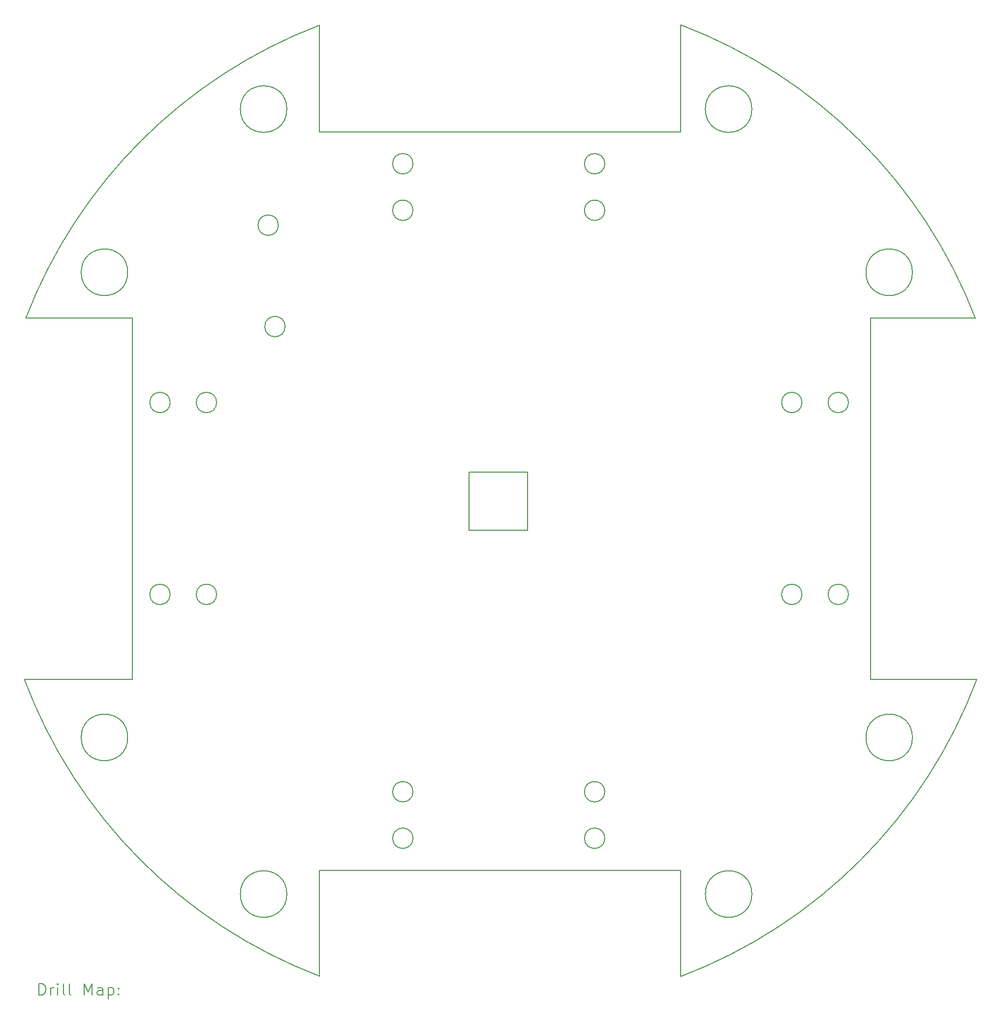
<source format=gbr>
%TF.GenerationSoftware,KiCad,Pcbnew,8.0.5*%
%TF.CreationDate,2024-11-19T19:18:47-05:00*%
%TF.ProjectId,line_sensor_pcb,6c696e65-5f73-4656-9e73-6f725f706362,rev?*%
%TF.SameCoordinates,Original*%
%TF.FileFunction,Drillmap*%
%TF.FilePolarity,Positive*%
%FSLAX45Y45*%
G04 Gerber Fmt 4.5, Leading zero omitted, Abs format (unit mm)*
G04 Created by KiCad (PCBNEW 8.0.5) date 2024-11-19 19:18:47*
%MOMM*%
%LPD*%
G01*
G04 APERTURE LIST*
%ADD10C,0.200000*%
G04 APERTURE END LIST*
D10*
X6773178Y-3029700D02*
X6773178Y-1194070D01*
X15875625Y-7681333D02*
G75*
G02*
X15525625Y-7681333I-175000J0D01*
G01*
X15525625Y-7681333D02*
G75*
G02*
X15875625Y-7681333I175000J0D01*
G01*
X3556000Y-12446000D02*
X1698761Y-12446000D01*
X12989478Y-3029700D02*
X6773178Y-3029700D01*
X5005626Y-10981333D02*
G75*
G02*
X4655626Y-10981333I-175000J0D01*
G01*
X4655626Y-10981333D02*
G75*
G02*
X5005626Y-10981333I175000J0D01*
G01*
X10351184Y-9878182D02*
X9351184Y-9878182D01*
X4205626Y-7681333D02*
G75*
G02*
X3855625Y-7681333I-175000J0D01*
G01*
X3855625Y-7681333D02*
G75*
G02*
X4205626Y-7681333I175000J0D01*
G01*
X1723213Y-6229700D02*
G75*
G02*
X6773178Y-1194070I8167058J-3140322D01*
G01*
X16256000Y-12446000D02*
X16256000Y-6229700D01*
X12989478Y-15729700D02*
X12989478Y-17552775D01*
X6213664Y-2635422D02*
G75*
G02*
X5413665Y-2635422I-400000J0D01*
G01*
X5413665Y-2635422D02*
G75*
G02*
X6213664Y-2635422I400000J0D01*
G01*
X6067552Y-4632216D02*
G75*
G02*
X5717552Y-4632216I-175000J0D01*
G01*
X5717552Y-4632216D02*
G75*
G02*
X6067552Y-4632216I175000J0D01*
G01*
X11683500Y-14375438D02*
G75*
G02*
X11333500Y-14375438I-175000J0D01*
G01*
X11333500Y-14375438D02*
G75*
G02*
X11683500Y-14375438I175000J0D01*
G01*
X11683500Y-3575438D02*
G75*
G02*
X11333500Y-3575438I-175000J0D01*
G01*
X11333500Y-3575438D02*
G75*
G02*
X11683500Y-3575438I175000J0D01*
G01*
X6773178Y-17545977D02*
X6773178Y-15729700D01*
X3476008Y-13442045D02*
G75*
G02*
X2676008Y-13442045I-400000J0D01*
G01*
X2676008Y-13442045D02*
G75*
G02*
X3476008Y-13442045I400000J0D01*
G01*
X10351184Y-8878182D02*
X10351184Y-9878182D01*
X14213664Y-2635422D02*
G75*
G02*
X13413664Y-2635422I-400000J0D01*
G01*
X13413664Y-2635422D02*
G75*
G02*
X14213664Y-2635422I400000J0D01*
G01*
X14213664Y-16135422D02*
G75*
G02*
X13413664Y-16135422I-400000J0D01*
G01*
X13413664Y-16135422D02*
G75*
G02*
X14213664Y-16135422I400000J0D01*
G01*
X15075625Y-10981333D02*
G75*
G02*
X14725625Y-10981333I-175000J0D01*
G01*
X14725625Y-10981333D02*
G75*
G02*
X15075625Y-10981333I175000J0D01*
G01*
X16256000Y-6229700D02*
X18057333Y-6229700D01*
X6773178Y-15729700D02*
X12989478Y-15729700D01*
X5005626Y-7681333D02*
G75*
G02*
X4655626Y-7681333I-175000J0D01*
G01*
X4655626Y-7681333D02*
G75*
G02*
X5005626Y-7681333I175000J0D01*
G01*
X18081785Y-12446000D02*
X16256000Y-12446000D01*
X18081785Y-12446000D02*
G75*
G02*
X12989478Y-17552775I-8191512J3075977D01*
G01*
X15875625Y-10981333D02*
G75*
G02*
X15525625Y-10981333I-175000J0D01*
G01*
X15525625Y-10981333D02*
G75*
G02*
X15875625Y-10981333I175000J0D01*
G01*
X12989478Y-1187272D02*
G75*
G02*
X18057333Y-6229700I-3099203J-8182750D01*
G01*
X8383500Y-14375438D02*
G75*
G02*
X8033500Y-14375438I-175000J0D01*
G01*
X8033500Y-14375438D02*
G75*
G02*
X8383500Y-14375438I175000J0D01*
G01*
X8383500Y-3575438D02*
G75*
G02*
X8033500Y-3575438I-175000J0D01*
G01*
X8033500Y-3575438D02*
G75*
G02*
X8383500Y-3575438I175000J0D01*
G01*
X3556000Y-6229700D02*
X3556000Y-12446000D01*
X8383500Y-15175438D02*
G75*
G02*
X8033500Y-15175438I-175000J0D01*
G01*
X8033500Y-15175438D02*
G75*
G02*
X8383500Y-15175438I175000J0D01*
G01*
X6213664Y-16135422D02*
G75*
G02*
X5413665Y-16135422I-400000J0D01*
G01*
X5413665Y-16135422D02*
G75*
G02*
X6213664Y-16135422I400000J0D01*
G01*
X4205626Y-10981333D02*
G75*
G02*
X3855625Y-10981333I-175000J0D01*
G01*
X3855625Y-10981333D02*
G75*
G02*
X4205626Y-10981333I175000J0D01*
G01*
X11683500Y-15175438D02*
G75*
G02*
X11333500Y-15175438I-175000J0D01*
G01*
X11333500Y-15175438D02*
G75*
G02*
X11683500Y-15175438I175000J0D01*
G01*
X12989478Y-1187272D02*
X12989478Y-3029700D01*
X11683500Y-4375438D02*
G75*
G02*
X11333500Y-4375438I-175000J0D01*
G01*
X11333500Y-4375438D02*
G75*
G02*
X11683500Y-4375438I175000J0D01*
G01*
X9351184Y-9878182D02*
X9351184Y-8878182D01*
X16976008Y-13442045D02*
G75*
G02*
X16176008Y-13442045I-400000J0D01*
G01*
X16176008Y-13442045D02*
G75*
G02*
X16976008Y-13442045I400000J0D01*
G01*
X6773178Y-17545977D02*
G75*
G02*
X1698761Y-12446000I3117091J8175950D01*
G01*
X16976008Y-5442045D02*
G75*
G02*
X16176008Y-5442045I-400000J0D01*
G01*
X16176008Y-5442045D02*
G75*
G02*
X16976008Y-5442045I400000J0D01*
G01*
X15075625Y-7681333D02*
G75*
G02*
X14725625Y-7681333I-175000J0D01*
G01*
X14725625Y-7681333D02*
G75*
G02*
X15075625Y-7681333I175000J0D01*
G01*
X6183500Y-6375438D02*
G75*
G02*
X5833500Y-6375438I-175000J0D01*
G01*
X5833500Y-6375438D02*
G75*
G02*
X6183500Y-6375438I175000J0D01*
G01*
X3476008Y-5442045D02*
G75*
G02*
X2676008Y-5442045I-400000J0D01*
G01*
X2676008Y-5442045D02*
G75*
G02*
X3476008Y-5442045I400000J0D01*
G01*
X1723213Y-6229700D02*
X3556000Y-6229700D01*
X8383500Y-4375438D02*
G75*
G02*
X8033500Y-4375438I-175000J0D01*
G01*
X8033500Y-4375438D02*
G75*
G02*
X8383500Y-4375438I175000J0D01*
G01*
X9351184Y-8878182D02*
X10351184Y-8878182D01*
X1949538Y-17874259D02*
X1949538Y-17674259D01*
X1949538Y-17674259D02*
X1997157Y-17674259D01*
X1997157Y-17674259D02*
X2025729Y-17683783D01*
X2025729Y-17683783D02*
X2044776Y-17702830D01*
X2044776Y-17702830D02*
X2054300Y-17721878D01*
X2054300Y-17721878D02*
X2063824Y-17759973D01*
X2063824Y-17759973D02*
X2063824Y-17788545D01*
X2063824Y-17788545D02*
X2054300Y-17826640D01*
X2054300Y-17826640D02*
X2044776Y-17845688D01*
X2044776Y-17845688D02*
X2025729Y-17864735D01*
X2025729Y-17864735D02*
X1997157Y-17874259D01*
X1997157Y-17874259D02*
X1949538Y-17874259D01*
X2149538Y-17874259D02*
X2149538Y-17740926D01*
X2149538Y-17779021D02*
X2159062Y-17759973D01*
X2159062Y-17759973D02*
X2168586Y-17750449D01*
X2168586Y-17750449D02*
X2187633Y-17740926D01*
X2187633Y-17740926D02*
X2206681Y-17740926D01*
X2273348Y-17874259D02*
X2273348Y-17740926D01*
X2273348Y-17674259D02*
X2263824Y-17683783D01*
X2263824Y-17683783D02*
X2273348Y-17693307D01*
X2273348Y-17693307D02*
X2282872Y-17683783D01*
X2282872Y-17683783D02*
X2273348Y-17674259D01*
X2273348Y-17674259D02*
X2273348Y-17693307D01*
X2397157Y-17874259D02*
X2378110Y-17864735D01*
X2378110Y-17864735D02*
X2368586Y-17845688D01*
X2368586Y-17845688D02*
X2368586Y-17674259D01*
X2501919Y-17874259D02*
X2482872Y-17864735D01*
X2482872Y-17864735D02*
X2473348Y-17845688D01*
X2473348Y-17845688D02*
X2473348Y-17674259D01*
X2730491Y-17874259D02*
X2730491Y-17674259D01*
X2730491Y-17674259D02*
X2797157Y-17817116D01*
X2797157Y-17817116D02*
X2863824Y-17674259D01*
X2863824Y-17674259D02*
X2863824Y-17874259D01*
X3044776Y-17874259D02*
X3044776Y-17769497D01*
X3044776Y-17769497D02*
X3035252Y-17750449D01*
X3035252Y-17750449D02*
X3016205Y-17740926D01*
X3016205Y-17740926D02*
X2978110Y-17740926D01*
X2978110Y-17740926D02*
X2959062Y-17750449D01*
X3044776Y-17864735D02*
X3025729Y-17874259D01*
X3025729Y-17874259D02*
X2978110Y-17874259D01*
X2978110Y-17874259D02*
X2959062Y-17864735D01*
X2959062Y-17864735D02*
X2949538Y-17845688D01*
X2949538Y-17845688D02*
X2949538Y-17826640D01*
X2949538Y-17826640D02*
X2959062Y-17807592D01*
X2959062Y-17807592D02*
X2978110Y-17798069D01*
X2978110Y-17798069D02*
X3025729Y-17798069D01*
X3025729Y-17798069D02*
X3044776Y-17788545D01*
X3140014Y-17740926D02*
X3140014Y-17940926D01*
X3140014Y-17750449D02*
X3159062Y-17740926D01*
X3159062Y-17740926D02*
X3197157Y-17740926D01*
X3197157Y-17740926D02*
X3216205Y-17750449D01*
X3216205Y-17750449D02*
X3225729Y-17759973D01*
X3225729Y-17759973D02*
X3235252Y-17779021D01*
X3235252Y-17779021D02*
X3235252Y-17836164D01*
X3235252Y-17836164D02*
X3225729Y-17855211D01*
X3225729Y-17855211D02*
X3216205Y-17864735D01*
X3216205Y-17864735D02*
X3197157Y-17874259D01*
X3197157Y-17874259D02*
X3159062Y-17874259D01*
X3159062Y-17874259D02*
X3140014Y-17864735D01*
X3320967Y-17855211D02*
X3330491Y-17864735D01*
X3330491Y-17864735D02*
X3320967Y-17874259D01*
X3320967Y-17874259D02*
X3311443Y-17864735D01*
X3311443Y-17864735D02*
X3320967Y-17855211D01*
X3320967Y-17855211D02*
X3320967Y-17874259D01*
X3320967Y-17750449D02*
X3330491Y-17759973D01*
X3330491Y-17759973D02*
X3320967Y-17769497D01*
X3320967Y-17769497D02*
X3311443Y-17759973D01*
X3311443Y-17759973D02*
X3320967Y-17750449D01*
X3320967Y-17750449D02*
X3320967Y-17769497D01*
M02*

</source>
